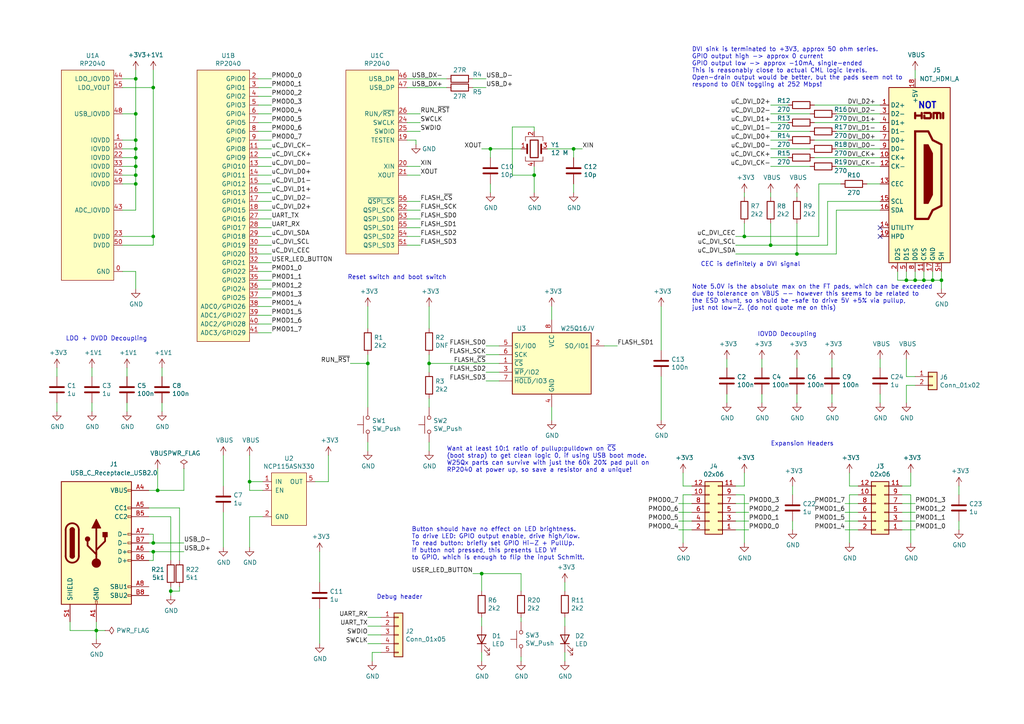
<source format=kicad_sch>
(kicad_sch (version 20230121) (generator eeschema)
  (paper "A4")
  (title_block (title "PicoDVI") (date "2021-01-22") (rev "D") (company "Greg Davill") (comment 1 "but it's worth a try") (comment 2 "This is utterly cursed and probably won't ever work") (comment 3 "Original design by: Luke Wren"))
  (junction (at 72.39 139.7) (diameter 0.9144))
  (junction (at 215.9 68.58) (diameter 0.9144))
  (junction (at 39.37 33.02) (diameter 0.9144))
  (junction (at 45.72 142.24) (diameter 0.9144))
  (junction (at 106.68 105.41) (diameter 0.9144))
  (junction (at 231.14 73.66) (diameter 0.9144))
  (junction (at 49.53 171.45) (diameter 0.9144))
  (junction (at 44.45 157.48) (diameter 0.9144))
  (junction (at 154.94 50.8) (diameter 0.9144))
  (junction (at 223.52 71.12) (diameter 0.9144))
  (junction (at 262.89 81.28) (diameter 0.9144))
  (junction (at 27.94 182.88) (diameter 0.9144))
  (junction (at 39.37 50.8) (diameter 0.9144))
  (junction (at 166.37 43.18) (diameter 0.9144))
  (junction (at 39.37 48.26) (diameter 0.9144))
  (junction (at 44.45 160.02) (diameter 0.9144))
  (junction (at 39.37 45.72) (diameter 0.9144))
  (junction (at 265.43 81.28) (diameter 0.9144))
  (junction (at 39.37 53.34) (diameter 0.9144))
  (junction (at 44.45 68.58) (diameter 0.9144))
  (junction (at 44.45 25.4) (diameter 0.9144))
  (junction (at 39.37 43.18) (diameter 0.9144))
  (junction (at 273.05 81.28) (diameter 0.9144))
  (junction (at 270.51 81.28) (diameter 0.9144))
  (junction (at 124.46 105.41) (diameter 0.9144))
  (junction (at 39.37 40.64) (diameter 0.9144))
  (junction (at 267.97 81.28) (diameter 0.9144))
  (junction (at 39.37 22.86) (diameter 0.9144))
  (junction (at 139.7 166.37) (diameter 0.9144))
  (junction (at 142.24 43.18) (diameter 0.9144))
  (no_connect (at 255.27 66.04))
  (no_connect (at 255.27 68.58))
  (wire (pts (xy 270.51 78.74) (xy 270.51 81.28)))
  (wire (pts (xy 36.83 109.22) (xy 36.83 106.68)))
  (wire (pts (xy 35.56 71.12) (xy 44.45 71.12)))
  (wire (pts (xy 158.75 43.18) (xy 166.37 43.18)))
  (wire (pts (xy 236.22 30.48) (xy 255.27 30.48)))
  (wire (pts (xy 39.37 53.34) (xy 39.37 60.96)))
  (wire (pts (xy 35.56 50.8) (xy 39.37 50.8)))
  (wire (pts (xy 44.45 71.12) (xy 44.45 68.58)))
  (wire (pts (xy 148.59 50.8) (xy 154.94 50.8)))
  (wire (pts (xy 144.78 110.49) (xy 140.97 110.49)))
  (wire (pts (xy 200.66 151.13) (xy 196.85 151.13)))
  (wire (pts (xy 74.93 50.8) (xy 78.74 50.8)))
  (wire (pts (xy 240.03 58.42) (xy 240.03 71.12)))
  (wire (pts (xy 163.83 189.23) (xy 163.83 191.77)))
  (wire (pts (xy 213.36 143.51) (xy 215.9 143.51)))
  (wire (pts (xy 261.62 148.59) (xy 265.43 148.59)))
  (wire (pts (xy 248.92 148.59) (xy 245.11 148.59)))
  (wire (pts (xy 44.45 25.4) (xy 35.56 25.4)))
  (wire (pts (xy 265.43 111.76) (xy 262.89 111.76)))
  (wire (pts (xy 16.51 109.22) (xy 16.51 106.68)))
  (wire (pts (xy 191.77 88.9) (xy 191.77 101.6)))
  (wire (pts (xy 163.83 171.45) (xy 163.83 168.91)))
  (wire (pts (xy 248.92 146.05) (xy 245.11 146.05)))
  (wire (pts (xy 262.89 104.14) (xy 262.89 109.22)))
  (wire (pts (xy 74.93 38.1) (xy 78.74 38.1)))
  (wire (pts (xy 74.93 53.34) (xy 78.74 53.34)))
  (wire (pts (xy 262.89 81.28) (xy 265.43 81.28)))
  (wire (pts (xy 154.94 38.1) (xy 154.94 36.83)))
  (wire (pts (xy 124.46 95.25) (xy 124.46 88.9)))
  (wire (pts (xy 228.6 35.56) (xy 223.52 35.56)))
  (wire (pts (xy 118.11 40.64) (xy 120.65 40.64)))
  (wire (pts (xy 35.56 22.86) (xy 39.37 22.86)))
  (wire (pts (xy 151.13 179.07) (xy 151.13 180.34)))
  (wire (pts (xy 118.11 38.1) (xy 121.92 38.1)))
  (wire (pts (xy 110.49 184.15) (xy 106.68 184.15)))
  (wire (pts (xy 27.94 180.34) (xy 27.94 182.88)))
  (wire (pts (xy 255.27 60.96) (xy 242.57 60.96)))
  (wire (pts (xy 39.37 60.96) (xy 35.56 60.96)))
  (wire (pts (xy 76.2 149.86) (xy 72.39 149.86)))
  (wire (pts (xy 261.62 151.13) (xy 265.43 151.13)))
  (wire (pts (xy 46.99 109.22) (xy 46.99 106.68)))
  (wire (pts (xy 45.72 142.24) (xy 45.72 135.89)))
  (wire (pts (xy 26.67 116.84) (xy 26.67 119.38)))
  (wire (pts (xy 231.14 73.66) (xy 213.36 73.66)))
  (wire (pts (xy 74.93 66.04) (xy 78.74 66.04)))
  (wire (pts (xy 255.27 43.18) (xy 242.57 43.18)))
  (wire (pts (xy 137.16 22.86) (xy 140.97 22.86)))
  (wire (pts (xy 237.49 68.58) (xy 215.9 68.58)))
  (wire (pts (xy 124.46 115.57) (xy 124.46 118.11)))
  (wire (pts (xy 236.22 35.56) (xy 255.27 35.56)))
  (wire (pts (xy 110.49 179.07) (xy 106.68 179.07)))
  (wire (pts (xy 242.57 73.66) (xy 231.14 73.66)))
  (wire (pts (xy 139.7 166.37) (xy 137.16 166.37)))
  (wire (pts (xy 215.9 143.51) (xy 215.9 157.48)))
  (wire (pts (xy 163.83 179.07) (xy 163.83 181.61)))
  (wire (pts (xy 124.46 128.27) (xy 124.46 130.81)))
  (wire (pts (xy 118.11 63.5) (xy 121.92 63.5)))
  (wire (pts (xy 236.22 40.64) (xy 255.27 40.64)))
  (wire (pts (xy 255.27 58.42) (xy 240.03 58.42)))
  (wire (pts (xy 74.93 81.28) (xy 78.74 81.28)))
  (wire (pts (xy 74.93 78.74) (xy 78.74 78.74)))
  (wire (pts (xy 223.52 55.88) (xy 223.52 57.15)))
  (wire (pts (xy 74.93 43.18) (xy 78.74 43.18)))
  (wire (pts (xy 110.49 189.23) (xy 107.95 189.23)))
  (wire (pts (xy 74.93 96.52) (xy 78.74 96.52)))
  (wire (pts (xy 91.44 139.7) (xy 95.25 139.7)))
  (wire (pts (xy 261.62 153.67) (xy 265.43 153.67)))
  (wire (pts (xy 44.45 157.48) (xy 53.34 157.48)))
  (wire (pts (xy 124.46 105.41) (xy 144.78 105.41)))
  (wire (pts (xy 39.37 78.74) (xy 39.37 83.82)))
  (wire (pts (xy 139.7 189.23) (xy 139.7 191.77)))
  (wire (pts (xy 35.56 78.74) (xy 39.37 78.74)))
  (wire (pts (xy 248.92 151.13) (xy 245.11 151.13)))
  (wire (pts (xy 16.51 116.84) (xy 16.51 119.38)))
  (wire (pts (xy 213.36 153.67) (xy 217.17 153.67)))
  (wire (pts (xy 74.93 91.44) (xy 78.74 91.44)))
  (wire (pts (xy 154.94 48.26) (xy 154.94 50.8)))
  (wire (pts (xy 64.77 132.08) (xy 64.77 140.97)))
  (wire (pts (xy 118.11 25.4) (xy 129.54 25.4)))
  (wire (pts (xy 267.97 78.74) (xy 267.97 81.28)))
  (wire (pts (xy 110.49 186.69) (xy 106.68 186.69)))
  (wire (pts (xy 44.45 25.4) (xy 44.45 68.58)))
  (wire (pts (xy 44.45 160.02) (xy 53.34 160.02)))
  (wire (pts (xy 74.93 76.2) (xy 78.74 76.2)))
  (wire (pts (xy 43.18 160.02) (xy 44.45 160.02)))
  (wire (pts (xy 118.11 22.86) (xy 129.54 22.86)))
  (wire (pts (xy 27.94 182.88) (xy 27.94 185.42)))
  (wire (pts (xy 74.93 71.12) (xy 78.74 71.12)))
  (wire (pts (xy 74.93 35.56) (xy 78.74 35.56)))
  (wire (pts (xy 260.35 81.28) (xy 262.89 81.28)))
  (wire (pts (xy 260.35 78.74) (xy 260.35 81.28)))
  (wire (pts (xy 35.56 33.02) (xy 39.37 33.02)))
  (wire (pts (xy 175.26 100.33) (xy 179.07 100.33)))
  (wire (pts (xy 46.99 116.84) (xy 46.99 119.38)))
  (wire (pts (xy 213.36 148.59) (xy 217.17 148.59)))
  (wire (pts (xy 255.27 114.3) (xy 255.27 116.84)))
  (wire (pts (xy 223.52 71.12) (xy 240.03 71.12)))
  (wire (pts (xy 267.97 81.28) (xy 270.51 81.28)))
  (wire (pts (xy 273.05 78.74) (xy 273.05 81.28)))
  (wire (pts (xy 74.93 33.02) (xy 78.74 33.02)))
  (wire (pts (xy 270.51 81.28) (xy 273.05 81.28)))
  (wire (pts (xy 74.93 73.66) (xy 78.74 73.66)))
  (wire (pts (xy 273.05 81.28) (xy 273.05 83.82)))
  (wire (pts (xy 229.87 143.51) (xy 229.87 140.97)))
  (wire (pts (xy 39.37 50.8) (xy 39.37 53.34)))
  (wire (pts (xy 261.62 146.05) (xy 265.43 146.05)))
  (wire (pts (xy 74.93 88.9) (xy 78.74 88.9)))
  (wire (pts (xy 246.38 143.51) (xy 246.38 157.48)))
  (wire (pts (xy 74.93 25.4) (xy 78.74 25.4)))
  (wire (pts (xy 215.9 64.77) (xy 215.9 68.58)))
  (wire (pts (xy 261.62 143.51) (xy 264.16 143.51)))
  (wire (pts (xy 53.34 135.89) (xy 53.34 142.24)))
  (wire (pts (xy 39.37 40.64) (xy 39.37 43.18)))
  (wire (pts (xy 200.66 143.51) (xy 198.12 143.51)))
  (wire (pts (xy 213.36 140.97) (xy 215.9 140.97)))
  (wire (pts (xy 76.2 139.7) (xy 72.39 139.7)))
  (wire (pts (xy 246.38 140.97) (xy 248.92 140.97)))
  (wire (pts (xy 220.98 106.68) (xy 220.98 104.14)))
  (wire (pts (xy 39.37 50.8) (xy 39.37 48.26)))
  (wire (pts (xy 166.37 53.34) (xy 166.37 55.88)))
  (wire (pts (xy 166.37 43.18) (xy 166.37 45.72)))
  (wire (pts (xy 210.82 106.68) (xy 210.82 104.14)))
  (wire (pts (xy 231.14 55.88) (xy 231.14 57.15)))
  (wire (pts (xy 255.27 106.68) (xy 255.27 104.14)))
  (wire (pts (xy 53.34 142.24) (xy 45.72 142.24)))
  (wire (pts (xy 213.36 71.12) (xy 223.52 71.12)))
  (wire (pts (xy 35.56 45.72) (xy 39.37 45.72)))
  (wire (pts (xy 215.9 55.88) (xy 215.9 57.15)))
  (wire (pts (xy 72.39 139.7) (xy 72.39 132.08)))
  (wire (pts (xy 52.07 170.18) (xy 52.07 171.45)))
  (wire (pts (xy 106.68 88.9) (xy 106.68 95.25)))
  (wire (pts (xy 144.78 100.33) (xy 140.97 100.33)))
  (wire (pts (xy 52.07 171.45) (xy 49.53 171.45)))
  (wire (pts (xy 265.43 81.28) (xy 267.97 81.28)))
  (wire (pts (xy 200.66 148.59) (xy 196.85 148.59)))
  (wire (pts (xy 151.13 190.5) (xy 151.13 191.77)))
  (wire (pts (xy 124.46 105.41) (xy 124.46 102.87)))
  (wire (pts (xy 191.77 109.22) (xy 191.77 121.92)))
  (wire (pts (xy 265.43 22.86) (xy 265.43 20.32)))
  (wire (pts (xy 35.56 48.26) (xy 39.37 48.26)))
  (wire (pts (xy 200.66 146.05) (xy 196.85 146.05)))
  (wire (pts (xy 255.27 38.1) (xy 242.57 38.1)))
  (wire (pts (xy 142.24 43.18) (xy 142.24 45.72)))
  (wire (pts (xy 160.02 118.11) (xy 160.02 121.92)))
  (wire (pts (xy 255.27 53.34) (xy 251.46 53.34)))
  (wire (pts (xy 241.3 106.68) (xy 241.3 104.14)))
  (wire (pts (xy 44.45 154.94) (xy 44.45 157.48)))
  (wire (pts (xy 74.93 40.64) (xy 78.74 40.64)))
  (wire (pts (xy 92.71 160.02) (xy 92.71 168.91)))
  (wire (pts (xy 264.16 140.97) (xy 264.16 137.16)))
  (wire (pts (xy 118.11 33.02) (xy 121.92 33.02)))
  (wire (pts (xy 118.11 48.26) (xy 121.92 48.26)))
  (wire (pts (xy 139.7 166.37) (xy 139.7 171.45)))
  (wire (pts (xy 74.93 45.72) (xy 78.74 45.72)))
  (wire (pts (xy 74.93 30.48) (xy 78.74 30.48)))
  (wire (pts (xy 95.25 139.7) (xy 95.25 132.08)))
  (wire (pts (xy 213.36 146.05) (xy 217.17 146.05)))
  (wire (pts (xy 229.87 151.13) (xy 229.87 153.67)))
  (wire (pts (xy 255.27 48.26) (xy 242.57 48.26)))
  (wire (pts (xy 39.37 43.18) (xy 35.56 43.18)))
  (wire (pts (xy 39.37 22.86) (xy 39.37 33.02)))
  (wire (pts (xy 223.52 64.77) (xy 223.52 71.12)))
  (wire (pts (xy 144.78 107.95) (xy 140.97 107.95)))
  (wire (pts (xy 106.68 105.41) (xy 101.6 105.41)))
  (wire (pts (xy 265.43 78.74) (xy 265.43 81.28)))
  (wire (pts (xy 64.77 148.59) (xy 64.77 158.75)))
  (wire (pts (xy 213.36 68.58) (xy 215.9 68.58)))
  (wire (pts (xy 118.11 35.56) (xy 121.92 35.56)))
  (wire (pts (xy 140.97 25.4) (xy 137.16 25.4)))
  (wire (pts (xy 228.6 45.72) (xy 223.52 45.72)))
  (wire (pts (xy 248.92 143.51) (xy 246.38 143.51)))
  (wire (pts (xy 243.84 53.34) (xy 237.49 53.34)))
  (wire (pts (xy 151.13 166.37) (xy 151.13 171.45)))
  (wire (pts (xy 110.49 181.61) (xy 106.68 181.61)))
  (wire (pts (xy 198.12 137.16) (xy 198.12 140.97)))
  (wire (pts (xy 43.18 154.94) (xy 44.45 154.94)))
  (wire (pts (xy 231.14 64.77) (xy 231.14 73.66)))
  (wire (pts (xy 261.62 140.97) (xy 264.16 140.97)))
  (wire (pts (xy 278.13 151.13) (xy 278.13 153.67)))
  (wire (pts (xy 20.32 180.34) (xy 20.32 182.88)))
  (wire (pts (xy 36.83 116.84) (xy 36.83 119.38)))
  (wire (pts (xy 120.65 40.64) (xy 120.65 41.91)))
  (wire (pts (xy 200.66 153.67) (xy 196.85 153.67)))
  (wire (pts (xy 139.7 179.07) (xy 139.7 181.61)))
  (wire (pts (xy 220.98 114.3) (xy 220.98 116.84)))
  (wire (pts (xy 49.53 170.18) (xy 49.53 171.45)))
  (wire (pts (xy 234.95 43.18) (xy 223.52 43.18)))
  (wire (pts (xy 74.93 22.86) (xy 78.74 22.86)))
  (wire (pts (xy 160.02 92.71) (xy 160.02 88.9)))
  (wire (pts (xy 43.18 149.86) (xy 49.53 149.86)))
  (wire (pts (xy 74.93 27.94) (xy 78.74 27.94)))
  (wire (pts (xy 242.57 60.96) (xy 242.57 73.66)))
  (wire (pts (xy 39.37 22.86) (xy 39.37 20.32)))
  (wire (pts (xy 74.93 55.88) (xy 78.74 55.88)))
  (wire (pts (xy 265.43 109.22) (xy 262.89 109.22)))
  (wire (pts (xy 74.93 93.98) (xy 78.74 93.98)))
  (wire (pts (xy 142.24 53.34) (xy 142.24 55.88)))
  (wire (pts (xy 52.07 162.56) (xy 52.07 147.32)))
  (wire (pts (xy 198.12 143.51) (xy 198.12 157.48)))
  (wire (pts (xy 74.93 86.36) (xy 78.74 86.36)))
  (wire (pts (xy 92.71 176.53) (xy 92.71 186.69)))
  (wire (pts (xy 234.95 33.02) (xy 223.52 33.02)))
  (wire (pts (xy 148.59 36.83) (xy 148.59 50.8)))
  (wire (pts (xy 234.95 48.26) (xy 223.52 48.26)))
  (wire (pts (xy 213.36 151.13) (xy 217.17 151.13)))
  (wire (pts (xy 106.68 102.87) (xy 106.68 105.41)))
  (wire (pts (xy 43.18 142.24) (xy 45.72 142.24)))
  (wire (pts (xy 144.78 102.87) (xy 140.97 102.87)))
  (wire (pts (xy 43.18 157.48) (xy 44.45 157.48)))
  (wire (pts (xy 39.37 33.02) (xy 39.37 40.64)))
  (wire (pts (xy 118.11 66.04) (xy 121.92 66.04)))
  (wire (pts (xy 74.93 83.82) (xy 78.74 83.82)))
  (wire (pts (xy 154.94 36.83) (xy 148.59 36.83)))
  (wire (pts (xy 151.13 43.18) (xy 142.24 43.18)))
  (wire (pts (xy 124.46 105.41) (xy 124.46 107.95)))
  (wire (pts (xy 106.68 105.41) (xy 106.68 118.11)))
  (wire (pts (xy 241.3 114.3) (xy 241.3 116.84)))
  (wire (pts (xy 72.39 142.24) (xy 76.2 142.24)))
  (wire (pts (xy 278.13 143.51) (xy 278.13 140.97)))
  (wire (pts (xy 39.37 45.72) (xy 39.37 43.18)))
  (wire (pts (xy 255.27 33.02) (xy 242.57 33.02)))
  (wire (pts (xy 228.6 30.48) (xy 223.52 30.48)))
  (wire (pts (xy 39.37 48.26) (xy 39.37 45.72)))
  (wire (pts (xy 139.7 166.37) (xy 151.13 166.37)))
  (wire (pts (xy 74.93 48.26) (xy 78.74 48.26)))
  (wire (pts (xy 236.22 45.72) (xy 255.27 45.72)))
  (wire (pts (xy 49.53 171.45) (xy 49.53 172.72)))
  (wire (pts (xy 248.92 153.67) (xy 245.11 153.67)))
  (wire (pts (xy 43.18 162.56) (xy 44.45 162.56)))
  (wire (pts (xy 72.39 149.86) (xy 72.39 158.75)))
  (wire (pts (xy 264.16 143.51) (xy 264.16 157.48)))
  (wire (pts (xy 106.68 128.27) (xy 106.68 130.81)))
  (wire (pts (xy 118.11 58.42) (xy 121.92 58.42)))
  (wire (pts (xy 118.11 50.8) (xy 121.92 50.8)))
  (wire (pts (xy 246.38 137.16) (xy 246.38 140.97)))
  (wire (pts (xy 26.67 109.22) (xy 26.67 106.68)))
  (wire (pts (xy 52.07 147.32) (xy 43.18 147.32)))
  (wire (pts (xy 154.94 50.8) (xy 154.94 55.88)))
  (wire (pts (xy 20.32 182.88) (xy 27.94 182.88)))
  (wire (pts (xy 74.93 63.5) (xy 78.74 63.5)))
  (wire (pts (xy 228.6 40.64) (xy 223.52 40.64)))
  (wire (pts (xy 72.39 139.7) (xy 72.39 142.24)))
  (wire (pts (xy 231.14 106.68) (xy 231.14 104.14)))
  (wire (pts (xy 215.9 140.97) (xy 215.9 137.16)))
  (wire (pts (xy 262.89 111.76) (xy 262.89 116.84)))
  (wire (pts (xy 44.45 162.56) (xy 44.45 160.02)))
  (wire (pts (xy 198.12 140.97) (xy 200.66 140.97)))
  (wire (pts (xy 118.11 60.96) (xy 121.92 60.96)))
  (wire (pts (xy 44.45 68.58) (xy 35.56 68.58)))
  (wire (pts (xy 74.93 68.58) (xy 78.74 68.58)))
  (wire (pts (xy 118.11 68.58) (xy 121.92 68.58)))
  (wire (pts (xy 166.37 43.18) (xy 168.91 43.18)))
  (wire (pts (xy 210.82 114.3) (xy 210.82 116.84)))
  (wire (pts (xy 231.14 114.3) (xy 231.14 116.84)))
  (wire (pts (xy 44.45 20.32) (xy 44.45 25.4)))
  (wire (pts (xy 234.95 38.1) (xy 223.52 38.1)))
  (wire (pts (xy 35.56 40.64) (xy 39.37 40.64)))
  (wire (pts (xy 49.53 149.86) (xy 49.53 162.56)))
  (wire (pts (xy 74.93 58.42) (xy 78.74 58.42)))
  (wire (pts (xy 142.24 43.18) (xy 139.7 43.18)))
  (wire (pts (xy 107.95 189.23) (xy 107.95 191.77)))
  (wire (pts (xy 27.94 182.88) (xy 30.48 182.88)))
  (wire (pts (xy 262.89 78.74) (xy 262.89 81.28)))
  (wire (pts (xy 74.93 60.96) (xy 78.74 60.96)))
  (wire (pts (xy 237.49 53.34) (xy 237.49 68.58)))
  (wire (pts (xy 118.11 71.12) (xy 121.92 71.12)))
  (wire (pts (xy 35.56 53.34) (xy 39.37 53.34)))
  (text "Note 5.0V is the absolute max on the FT pads, which can be exceeded\ndue to tolerance on VBUS -- however this seems to be related to\nthe ESD shunt, so should be ~safe to drive 5V +5% via pullup,\njust not low-Z. (do not quote me on this)" (at 200.66 90.17 0) (effects (font (size 1.27 1.27)) (justify left bottom)))
  (text "DVI sink is terminated to +3V3, approx 50 ohm series.\nGPIO output high -> approx 0 current\nGPIO output low -> approx -10mA, single-ended\nThis is reasonably close to actual CML logic levels.\nOpen-drain output would be better, but the pads seem not to\nrespond to OEN toggling at 252 Mbps!" (at 200.66 25.4 0) (effects (font (size 1.27 1.27)) (justify left bottom)))
  (text "IOVDD Decoupling" (at 219.71 97.79 0) (effects (font (size 1.27 1.27)) (justify left bottom)))
  (text "Reset switch and boot switch" (at 129.54 81.28 0) (effects (font (size 1.27 1.27)) (justify right bottom)))
  (text "Debug header" (at 109.22 173.99 0) (effects (font (size 1.27 1.27)) (justify left bottom)))
  (text "Expansion Headers\n" (at 223.52 129.54 0) (effects (font (size 1.27 1.27)) (justify left bottom)))
  (text "Want at least 10:1 ratio of pullup:pulldown on ~{CS}\n(boot strap) to get clean logic 0, if using USB boot mode.\nW25Qx parts can survive with just the 60k 20% pad pull on\nRP2040 at power up, so save a resistor and a unique!" (at 129.54 137.16 0) (effects (font (size 1.27 1.27)) (justify left bottom)))
  (text "Button should have no effect on LED brightness.\nTo drive LED: GPIO output enable, drive high/low.\nTo read button: briefly set GPIO Hi-Z + PullUp.\nIf button not pressed, this presents LED Vf\nto GPIO, which is enough to flip the input Schmitt." (at 119.38 162.56 0) (effects (font (size 1.27 1.27)) (justify left bottom)))
  (text "CEC is definitely a DVI signal" (at 203.2 77.47 0) (effects (font (size 1.27 1.27)) (justify left bottom)))
  (text "LDO + DVDD Decoupling" (at 19.05 99.06 0) (effects (font (size 1.27 1.27)) (justify left bottom)))
  (text "NOT" (at 271.78 31.75 0) (effects (font (size 1.8034 1.8034) (thickness 0.3607) bold) (justify right bottom)))
  (label "PMOD1_0" (at 78.74 78.74 0))
  (label "PMOD1_5" (at 78.74 91.44 0))
  (label "SWCLK" (at 121.92 35.56 0))
  (label "DVI_D1-" (at 254 38.1 180))
  (label "FLASH_SD3" (at 121.92 71.12 0))
  (label "FLASH_SD2" (at 121.92 68.58 0))
  (label "PMOD0_2" (at 78.74 27.94 0))
  (label "USER_LED_BUTTON" (at 137.16 166.37 180))
  (label "PMOD1_2" (at 265.43 148.59 0))
  (label "XOUT" (at 139.7 43.18 180))
  (label "FLASH_SD1" (at 121.92 66.04 0))
  (label "uC_DVI_D2+" (at 78.74 60.96 0))
  (label "PMOD1_5" (at 245.11 151.13 180))
  (label "XIN" (at 121.92 48.26 0))
  (label "PMOD1_2" (at 78.74 83.82 0))
  (label "uC_DVI_D1-" (at 78.74 53.34 0))
  (label "SWDIO" (at 106.68 184.15 180))
  (label "XOUT" (at 121.92 50.8 0))
  (label "DVI_D0-" (at 254 43.18 180))
  (label "DVI_CK-" (at 254 48.26 180))
  (label "uC_DVI_CK+" (at 223.52 45.72 180))
  (label "uC_DVI_SCL" (at 213.36 71.12 180))
  (label "PMOD0_1" (at 78.74 25.4 0))
  (label "uC_DVI_D0-" (at 78.74 48.26 0))
  (label "PMOD1_6" (at 245.11 148.59 180))
  (label "PMOD1_1" (at 265.43 151.13 0))
  (label "SWCLK" (at 106.68 186.69 180))
  (label "PMOD1_6" (at 78.74 93.98 0))
  (label "PMOD1_7" (at 245.11 146.05 180))
  (label "PMOD1_3" (at 265.43 146.05 0))
  (label "DVI_D2+" (at 254 30.48 180))
  (label "uC_DVI_CEC" (at 213.36 68.58 180))
  (label "PMOD0_3" (at 78.74 30.48 0))
  (label "PMOD1_7" (at 78.74 96.52 0))
  (label "uC_DVI_D0+" (at 78.74 50.8 0))
  (label "USB_D+" (at 53.34 160.02 0))
  (label "PMOD1_4" (at 78.74 88.9 0))
  (label "USB_DX-" (at 119.38 22.86 0))
  (label "USB_DX+" (at 119.38 25.4 0))
  (label "XIN" (at 168.91 43.18 0))
  (label "USB_D-" (at 140.97 22.86 0))
  (label "PMOD1_1" (at 78.74 81.28 0))
  (label "DVI_CK+" (at 254 45.72 180))
  (label "uC_DVI_SDA" (at 78.74 68.58 0))
  (label "PMOD0_4" (at 196.85 153.67 180))
  (label "PMOD0_1" (at 217.17 151.13 0))
  (label "FLASH_SD2" (at 140.97 107.95 180))
  (label "DVI_D2-" (at 254 33.02 180))
  (label "uC_DVI_CK-" (at 78.74 43.18 0))
  (label "uC_DVI_D2+" (at 223.52 30.48 180))
  (label "USB_D+" (at 140.97 25.4 0))
  (label "UART_TX" (at 78.74 63.5 0))
  (label "uC_DVI_CEC" (at 78.74 73.66 0))
  (label "uC_DVI_SDA" (at 213.36 73.66 180))
  (label "uC_DVI_D0+" (at 223.52 40.64 180))
  (label "UART_RX" (at 106.68 179.07 180))
  (label "PMOD0_5" (at 196.85 151.13 180))
  (label "DVI_D0+" (at 254 40.64 180))
  (label "uC_DVI_D1+" (at 223.52 35.56 180))
  (label "uC_DVI_D2-" (at 78.74 58.42 0))
  (label "FLASH_SCK" (at 140.97 102.87 180))
  (label "uC_DVI_CK+" (at 78.74 45.72 0))
  (label "PMOD1_3" (at 78.74 86.36 0))
  (label "FLASH_~{CS}" (at 121.92 58.42 0))
  (label "FLASH_SD0" (at 121.92 63.5 0))
  (label "PMOD0_6" (at 78.74 38.1 0))
  (label "PMOD0_4" (at 78.74 33.02 0))
  (label "uC_DVI_SCL" (at 78.74 71.12 0))
  (label "SWDIO" (at 121.92 38.1 0))
  (label "UART_TX" (at 106.68 181.61 180))
  (label "PMOD0_3" (at 217.17 146.05 0))
  (label "FLASH_SD3" (at 140.97 110.49 180))
  (label "FLASH_~{CS}" (at 140.97 105.41 180))
  (label "FLASH_SD0" (at 140.97 100.33 180))
  (label "RUN_~{RST}" (at 101.6 105.41 180))
  (label "PMOD0_0" (at 78.74 22.86 0))
  (label "PMOD0_0" (at 217.17 153.67 0))
  (label "PMOD0_7" (at 196.85 146.05 180))
  (label "uC_DVI_D1-" (at 223.52 38.1 180))
  (label "PMOD0_2" (at 217.17 148.59 0))
  (label "PMOD1_0" (at 265.43 153.67 0))
  (label "USER_LED_BUTTON" (at 78.74 76.2 0))
  (label "USB_D-" (at 53.34 157.48 0))
  (label "DVI_D1+" (at 254 35.56 180))
  (label "uC_DVI_D2-" (at 223.52 33.02 180))
  (label "PMOD1_4" (at 245.11 153.67 180))
  (label "RUN_~{RST}" (at 121.92 33.02 0))
  (label "uC_DVI_CK-" (at 223.52 48.26 180))
  (label "uC_DVI_D1+" (at 78.74 55.88 0))
  (label "PMOD0_5" (at 78.74 35.56 0))
  (label "PMOD0_6" (at 196.85 148.59 180))
  (label "FLASH_SCK" (at 121.92 60.96 0))
  (label "UART_RX" (at 78.74 66.04 0))
  (label "uC_DVI_D0-" (at 223.52 43.18 180))
  (label "PMOD0_7" (at 78.74 40.64 0))
  (label "FLASH_SD1" (at 179.07 100.33 0))
  (symbol (lib_id "picodvi:Pico2040") (at 25.4 20.32 0) (unit 1)
    (property "Reference" "U1" (at 26.8224 16.129 0))
    (property "Value" "RP2040" (at 26.8224 18.4404 0))
    (property "Footprint" "picodvi:QFN-56_EP_7x7_Pitch0.4mm" (effects hide))
  )
  (symbol (lib_id "picodvi:Pico2040") (at 64.77 20.32 0) (unit 2)
    (property "Reference" "U1" (at 66.1924 16.129 0))
    (property "Value" "RP2040" (at 66.1924 18.4404 0))
    (property "Footprint" "picodvi:QFN-56_EP_7x7_Pitch0.4mm" (effects hide))
  )
  (symbol (lib_id "picodvi:Pico2040") (at 107.95 20.32 0) (unit 3)
    (property "Reference" "U1" (at 109.3724 16.129 0))
    (property "Value" "RP2040" (at 109.3724 18.4404 0))
    (property "Footprint" "picodvi:QFN-56_EP_7x7_Pitch0.4mm" (effects hide))
  )
  (symbol (lib_id "Connector:HDMI_A") (at 265.43 50.8 0) (unit 1)
    (property "Reference" "J5" (at 270.51 20.32 0) (effects (justify left)))
    (property "Value" "NOT_HDMI_A" (at 266.7 22.86 0) (effects (justify left)))
    (property "Footprint" "picodvi:HDMI-SS-53000" (effects hide))
    (property "Datasheet" "https://en.wikipedia.org/wiki/HDMI" (effects hide))
  )
  (symbol (lib_id "power:VBUS") (at 265.43 20.32 0) (unit 1)
    (property "Reference" "#PWR0101" (effects hide))
    (property "Value" "VBUS" (at 265.811 15.9258 0))
  )
  (symbol (lib_id "power:GND") (at 273.05 83.82 0) (unit 1)
    (property "Reference" "#PWR0102" (effects hide))
    (property "Value" "GND" (at 273.177 88.2142 0))
  )
  (symbol (lib_id "Device:R") (at 247.65 53.34 270) (unit 1)
    (property "Reference" "R10" (at 247.65 50.8 90))
    (property "Value" "270" (at 247.65 55.88 90))
    (property "Footprint" "Resistor_SMD:R_0201_0603Metric" (effects hide))
  )
  (symbol (lib_id "Device:R") (at 231.14 60.96 0) (unit 1)
    (property "Reference" "R9" (at 232.918 59.7916 0) (effects (justify left)))
    (property "Value" "2k2" (at 232.918 62.103 0) (effects (justify left)))
    (property "Footprint" "Resistor_SMD:R_0402_1005Metric" (effects hide))
  )
  (symbol (lib_id "Device:R") (at 223.52 60.96 0) (unit 1)
    (property "Reference" "R8" (at 225.298 59.7916 0) (effects (justify left)))
    (property "Value" "2k2" (at 225.298 62.103 0) (effects (justify left)))
    (property "Footprint" "Resistor_SMD:R_0402_1005Metric" (effects hide))
  )
  (symbol (lib_id "Device:R") (at 215.9 60.96 0) (unit 1)
    (property "Reference" "R7" (at 217.678 59.7916 0) (effects (justify left)))
    (property "Value" "2k2" (at 217.678 62.103 0) (effects (justify left)))
    (property "Footprint" "Resistor_SMD:R_0402_1005Metric" (effects hide))
  )
  (symbol (lib_id "power:+3V3") (at 215.9 55.88 0) (unit 1)
    (property "Reference" "#PWR0103" (effects hide))
    (property "Value" "+3V3" (at 216.281 51.4858 0))
  )
  (symbol (lib_id "power:+3V3") (at 39.37 20.32 0) (unit 1)
    (property "Reference" "#PWR0104" (effects hide))
    (property "Value" "+3V3" (at 39.751 15.9258 0))
  )
  (symbol (lib_id "power:+1V1") (at 44.45 20.32 0) (unit 1)
    (property "Reference" "#PWR0105" (effects hide))
    (property "Value" "+1V1" (at 44.831 15.9258 0))
  )
  (symbol (lib_id "power:GND") (at 39.37 83.82 0) (unit 1)
    (property "Reference" "#PWR0106" (effects hide))
    (property "Value" "GND" (at 39.497 88.2142 0))
  )
  (symbol (lib_id "power:GND") (at 120.65 41.91 0) (unit 1)
    (property "Reference" "#PWR0107" (effects hide))
    (property "Value" "GND" (at 124.46 43.18 0))
  )
  (symbol (lib_id "Device:C") (at 16.51 113.03 0) (unit 1)
    (property "Reference" "C1" (at 19.431 111.8616 0) (effects (justify left)))
    (property "Value" "1u" (at 19.431 114.173 0) (effects (justify left)))
    (property "Footprint" "Capacitor_SMD:C_0402_1005Metric" (effects hide))
  )
  (symbol (lib_id "power:+3V3") (at 16.51 106.68 0) (unit 1)
    (property "Reference" "#PWR0108" (effects hide))
    (property "Value" "+3V3" (at 16.891 102.2858 0))
  )
  (symbol (lib_id "power:GND") (at 16.51 119.38 0) (unit 1)
    (property "Reference" "#PWR0109" (effects hide))
    (property "Value" "GND" (at 16.637 123.7742 0))
  )
  (symbol (lib_id "Device:C") (at 26.67 113.03 0) (unit 1)
    (property "Reference" "C3" (at 29.591 111.8616 0) (effects (justify left)))
    (property "Value" "1u" (at 29.591 114.173 0) (effects (justify left)))
    (property "Footprint" "Capacitor_SMD:C_0402_1005Metric" (effects hide))
  )
  (symbol (lib_id "power:GND") (at 26.67 119.38 0) (unit 1)
    (property "Reference" "#PWR0110" (effects hide))
    (property "Value" "GND" (at 26.797 123.7742 0))
  )
  (symbol (lib_id "power:+1V1") (at 26.67 106.68 0) (unit 1)
    (property "Reference" "#PWR0111" (effects hide))
    (property "Value" "+1V1" (at 27.051 102.2858 0))
  )
  (symbol (lib_id "Device:C") (at 36.83 113.03 0) (unit 1)
    (property "Reference" "C5" (at 39.751 111.8616 0) (effects (justify left)))
    (property "Value" "100n" (at 39.751 114.173 0) (effects (justify left)))
    (property "Footprint" "Capacitor_SMD:C_0402_1005Metric" (effects hide))
  )
  (symbol (lib_id "power:GND") (at 36.83 119.38 0) (unit 1)
    (property "Reference" "#PWR0112" (effects hide))
    (property "Value" "GND" (at 36.957 123.7742 0))
  )
  (symbol (lib_id "power:+1V1") (at 36.83 106.68 0) (unit 1)
    (property "Reference" "#PWR0113" (effects hide))
    (property "Value" "+1V1" (at 37.211 102.2858 0))
  )
  (symbol (lib_id "Device:C") (at 46.99 113.03 0) (unit 1)
    (property "Reference" "C8" (at 49.911 111.8616 0) (effects (justify left)))
    (property "Value" "100n" (at 49.911 114.173 0) (effects (justify left)))
    (property "Footprint" "Capacitor_SMD:C_0402_1005Metric" (effects hide))
  )
  (symbol (lib_id "power:GND") (at 46.99 119.38 0) (unit 1)
    (property "Reference" "#PWR0114" (effects hide))
    (property "Value" "GND" (at 47.117 123.7742 0))
  )
  (symbol (lib_id "power:+1V1") (at 46.99 106.68 0) (unit 1)
    (property "Reference" "#PWR0115" (effects hide))
    (property "Value" "+1V1" (at 47.371 102.2858 0))
  )
  (symbol (lib_id "Device:C") (at 210.82 110.49 0) (unit 1)
    (property "Reference" "C2" (at 213.741 109.3216 0) (effects (justify left)))
    (property "Value" "100n" (at 213.741 111.633 0) (effects (justify left)))
    (property "Footprint" "Capacitor_SMD:C_0402_1005Metric" (effects hide))
  )
  (symbol (lib_id "power:GND") (at 210.82 116.84 0) (unit 1)
    (property "Reference" "#PWR0116" (effects hide))
    (property "Value" "GND" (at 210.947 121.2342 0))
  )
  (symbol (lib_id "power:+3V3") (at 210.82 104.14 0) (unit 1)
    (property "Reference" "#PWR0117" (effects hide))
    (property "Value" "+3V3" (at 211.201 99.7458 0))
  )
  (symbol (lib_id "Device:C") (at 220.98 110.49 0) (unit 1)
    (property "Reference" "C4" (at 223.901 109.3216 0) (effects (justify left)))
    (property "Value" "100n" (at 223.901 111.633 0) (effects (justify left)))
    (property "Footprint" "Capacitor_SMD:C_0402_1005Metric" (effects hide))
  )
  (symbol (lib_id "power:GND") (at 220.98 116.84 0) (unit 1)
    (property "Reference" "#PWR0118" (effects hide))
    (property "Value" "GND" (at 221.107 121.2342 0))
  )
  (symbol (lib_id "power:+3V3") (at 220.98 104.14 0) (unit 1)
    (property "Reference" "#PWR0119" (effects hide))
    (property "Value" "+3V3" (at 221.361 99.7458 0))
  )
  (symbol (lib_id "Device:C") (at 231.14 110.49 0) (unit 1)
    (property "Reference" "C6" (at 234.061 109.3216 0) (effects (justify left)))
    (property "Value" "100n" (at 234.061 111.633 0) (effects (justify left)))
    (property "Footprint" "Capacitor_SMD:C_0402_1005Metric" (effects hide))
  )
  (symbol (lib_id "power:GND") (at 231.14 116.84 0) (unit 1)
    (property "Reference" "#PWR0120" (effects hide))
    (property "Value" "GND" (at 231.267 121.2342 0))
  )
  (symbol (lib_id "power:+3V3") (at 231.14 104.14 0) (unit 1)
    (property "Reference" "#PWR0121" (effects hide))
    (property "Value" "+3V3" (at 231.521 99.7458 0))
  )
  (symbol (lib_id "Device:C") (at 241.3 110.49 0) (unit 1)
    (property "Reference" "C9" (at 244.221 109.3216 0) (effects (justify left)))
    (property "Value" "100n" (at 244.221 111.633 0) (effects (justify left)))
    (property "Footprint" "Capacitor_SMD:C_0402_1005Metric" (effects hide))
  )
  (symbol (lib_id "power:GND") (at 241.3 116.84 0) (unit 1)
    (property "Reference" "#PWR0122" (effects hide))
    (property "Value" "GND" (at 241.427 121.2342 0))
  )
  (symbol (lib_id "power:+3V3") (at 241.3 104.14 0) (unit 1)
    (property "Reference" "#PWR0123" (effects hide))
    (property "Value" "+3V3" (at 241.681 99.7458 0))
  )
  (symbol (lib_id "Connector_Generic:Conn_02x06_Odd_Even") (at 256.54 148.59 180) (unit 1)
    (property "Reference" "J3" (at 255.27 135.255 0))
    (property "Value" "02x06" (at 255.27 137.5664 0))
    (property "Footprint" "picodvi:PinHeader_2x06_P2.54mm_Horizontal" (effects hide))
  )
  (symbol (lib_id "power:+3V3") (at 215.9 137.16 0) (unit 1)
    (property "Reference" "#PWR0124" (effects hide))
    (property "Value" "+3V3" (at 216.281 132.7658 0))
  )
  (symbol (lib_id "power:+3V3") (at 198.12 137.16 0) (unit 1)
    (property "Reference" "#PWR0125" (effects hide))
    (property "Value" "+3V3" (at 198.501 132.7658 0))
  )
  (symbol (lib_id "power:GND") (at 198.12 157.48 0) (unit 1)
    (property "Reference" "#PWR0126" (effects hide))
    (property "Value" "GND" (at 198.247 161.8742 0))
  )
  (symbol (lib_id "power:GND") (at 215.9 157.48 0) (unit 1)
    (property "Reference" "#PWR0127" (effects hide))
    (property "Value" "GND" (at 216.027 161.8742 0))
  )
  (symbol (lib_id "Connector_Generic:Conn_02x06_Odd_Even") (at 208.28 148.59 180) (unit 1)
    (property "Reference" "J4" (at 207.01 135.255 0))
    (property "Value" "02x06" (at 207.01 137.5664 0))
    (property "Footprint" "picodvi:PinHeader_2x06_P2.54mm_Horizontal" (effects hide))
  )
  (symbol (lib_id "power:+3V3") (at 264.16 137.16 0) (unit 1)
    (property "Reference" "#PWR0128" (effects hide))
    (property "Value" "+3V3" (at 264.541 132.7658 0))
  )
  (symbol (lib_id "power:+3V3") (at 246.38 137.16 0) (unit 1)
    (property "Reference" "#PWR0129" (effects hide))
    (property "Value" "+3V3" (at 246.761 132.7658 0))
  )
  (symbol (lib_id "power:GND") (at 246.38 157.48 0) (unit 1)
    (property "Reference" "#PWR0130" (effects hide))
    (property "Value" "GND" (at 246.507 161.8742 0))
  )
  (symbol (lib_id "power:GND") (at 264.16 157.48 0) (unit 1)
    (property "Reference" "#PWR0131" (effects hide))
    (property "Value" "GND" (at 264.287 161.8742 0))
  )
  (symbol (lib_id "Device:LED") (at 139.7 185.42 90) (unit 1)
    (property "Reference" "D1" (at 142.6718 184.4548 90) (effects (justify right)))
    (property "Value" "LED" (at 142.6718 186.7662 90) (effects (justify right)))
    (property "Footprint" "LED_SMD:LED_0805_2012Metric" (effects hide))
  )
  (symbol (lib_id "Device:R") (at 139.7 175.26 0) (unit 1)
    (property "Reference" "R6" (at 141.478 174.0916 0) (effects (justify left)))
    (property "Value" "2k2" (at 141.478 176.403 0) (effects (justify left)))
    (property "Footprint" "Resistor_SMD:R_0402_1005Metric" (effects hide))
  )
  (symbol (lib_id "power:GND") (at 139.7 191.77 0) (unit 1)
    (property "Reference" "#PWR0132" (effects hide))
    (property "Value" "GND" (at 139.827 196.1642 0))
  )
  (symbol (lib_id "Memory_Flash:AT25SF081-XMHD-X") (at 160.02 105.41 0) (unit 1)
    (property "Reference" "U3" (at 149.86 95.25 0) (effects (justify left)))
    (property "Value" "W25Q16JV" (at 162.56 95.25 0) (effects (justify left)))
    (property "Footprint" "Package_SON:WSON-8-1EP_6x5mm_P1.27mm_EP3.4x4mm" (effects hide))
    (property "Datasheet" "https://www.adestotech.com/wp-content/uploads/DS-AT25SF081_045.pdf" (effects hide))
  )
  (symbol (lib_id "power:GND") (at 160.02 121.92 0) (unit 1)
    (property "Reference" "#PWR0133" (effects hide))
    (property "Value" "GND" (at 160.147 126.3142 0))
  )
  (symbol (lib_id "power:+3V3") (at 160.02 88.9 0) (unit 1)
    (property "Reference" "#PWR0134" (effects hide))
    (property "Value" "+3V3" (at 160.401 84.5058 0))
  )
  (symbol (lib_id "Device:C") (at 278.13 147.32 0) (unit 1)
    (property "Reference" "C23" (at 281.051 146.1516 0) (effects (justify left)))
    (property "Value" "1u" (at 281.051 148.463 0) (effects (justify left)))
    (property "Footprint" "Capacitor_SMD:C_0402_1005Metric" (effects hide))
  )
  (symbol (lib_id "power:+3V3") (at 278.13 140.97 0) (unit 1)
    (property "Reference" "#PWR0135" (effects hide))
    (property "Value" "+3V3" (at 278.511 136.5758 0))
  )
  (symbol (lib_id "power:GND") (at 278.13 153.67 0) (unit 1)
    (property "Reference" "#PWR0136" (effects hide))
    (property "Value" "GND" (at 278.257 158.0642 0))
  )
  (symbol (lib_id "Device:C") (at 229.87 147.32 0) (unit 1)
    (property "Reference" "C22" (at 232.791 146.1516 0) (effects (justify left)))
    (property "Value" "1u" (at 232.791 148.463 0) (effects (justify left)))
    (property "Footprint" "Capacitor_SMD:C_0402_1005Metric" (effects hide))
  )
  (symbol (lib_id "power:+3V3") (at 229.87 140.97 0) (unit 1)
    (property "Reference" "#PWR0137" (effects hide))
    (property "Value" "+3V3" (at 230.251 136.5758 0))
  )
  (symbol (lib_id "power:GND") (at 229.87 153.67 0) (unit 1)
    (property "Reference" "#PWR0138" (effects hide))
    (property "Value" "GND" (at 229.997 158.0642 0))
  )
  (symbol (lib_id "Device:R") (at 124.46 99.06 0) (unit 1)
    (property "Reference" "R2" (at 126.238 97.8916 0) (effects (justify left)))
    (property "Value" "DNF" (at 126.238 100.203 0) (effects (justify left)))
    (property "Footprint" "Resistor_SMD:R_0402_1005Metric" (effects hide))
  )
  (symbol (lib_id "Device:R") (at 124.46 111.76 0) (unit 1)
    (property "Reference" "R3" (at 126.238 110.5916 0) (effects (justify left)))
    (property "Value" "2k2" (at 126.238 112.903 0) (effects (justify left)))
    (property "Footprint" "Resistor_SMD:R_0402_1005Metric" (effects hide))
  )
  (symbol (lib_id "power:GND") (at 124.46 130.81 0) (unit 1)
    (property "Reference" "#PWR0139" (effects hide))
    (property "Value" "GND" (at 124.587 135.2042 0))
  )
  (symbol (lib_id "power:+3V3") (at 124.46 88.9 0) (unit 1)
    (property "Reference" "#PWR0140" (effects hide))
    (property "Value" "+3V3" (at 124.841 84.5058 0))
  )
  (symbol (lib_id "Switch:SW_Push") (at 124.46 123.19 90) (unit 1)
    (property "Reference" "SW2" (at 125.6792 122.0216 90) (effects (justify right)))
    (property "Value" "SW_Push" (at 125.6792 124.333 90) (effects (justify right)))
    (property "Footprint" "picodvi:SW_SPST_PTS815" (effects hide))
  )
  (symbol (lib_id "power:GND") (at 106.68 130.81 0) (unit 1)
    (property "Reference" "#PWR0141" (effects hide))
    (property "Value" "GND" (at 106.807 135.2042 0))
  )
  (symbol (lib_id "Switch:SW_Push") (at 106.68 123.19 90) (unit 1)
    (property "Reference" "SW1" (at 107.8992 122.0216 90) (effects (justify right)))
    (property "Value" "SW_Push" (at 107.8992 124.333 90) (effects (justify right)))
    (property "Footprint" "picodvi:SW_SPST_PTS815" (effects hide))
  )
  (symbol (lib_id "power:+3V3") (at 106.68 88.9 0) (unit 1)
    (property "Reference" "#PWR0142" (effects hide))
    (property "Value" "+3V3" (at 107.061 84.5058 0))
  )
  (symbol (lib_id "Device:R") (at 106.68 99.06 0) (unit 1)
    (property "Reference" "R1" (at 108.458 97.8916 0) (effects (justify left)))
    (property "Value" "2k2" (at 108.458 100.203 0) (effects (justify left)))
    (property "Footprint" "Resistor_SMD:R_0402_1005Metric" (effects hide))
  )
  (symbol (lib_id "Device:R") (at 232.41 30.48 270) (unit 1)
    (property "Reference" "R12" (at 227.33 29.21 90))
    (property "Value" "270" (at 227.33 31.75 90))
    (property "Footprint" "Resistor_SMD:R_0201_0603Metric" (effects hide))
  )
  (symbol (lib_id "Device:R") (at 238.76 33.02 270) (unit 1)
    (property "Reference" "R16" (at 243.84 31.75 90))
    (property "Value" "270" (at 243.84 34.29 90))
    (property "Footprint" "Resistor_SMD:R_0201_0603Metric" (effects hide))
  )
  (symbol (lib_id "power:GND") (at 27.94 185.42 0) (unit 1)
    (property "Reference" "#PWR0143" (effects hide))
    (property "Value" "GND" (at 28.067 189.8142 0))
  )
  (symbol (lib_id "Connector_Generic:Conn_01x05") (at 115.57 184.15 0) (unit 1)
    (property "Reference" "J2" (at 117.602 183.0832 0) (effects (justify left)))
    (property "Value" "Conn_01x05" (at 117.602 185.3946 0) (effects (justify left)))
    (property "Footprint" "picodvi:PinHeader_1x05_P2.54mm_Vertical" (effects hide))
  )
  (symbol (lib_id "Device:R") (at 232.41 35.56 270) (unit 1)
    (property "Reference" "R13" (at 227.33 34.29 90))
    (property "Value" "270" (at 227.33 36.83 90))
    (property "Footprint" "Resistor_SMD:R_0201_0603Metric" (effects hide))
  )
  (symbol (lib_id "Device:R") (at 238.76 38.1 270) (unit 1)
    (property "Reference" "R17" (at 243.84 36.83 90))
    (property "Value" "270" (at 243.84 39.37 90))
    (property "Footprint" "Resistor_SMD:R_0201_0603Metric" (effects hide))
  )
  (symbol (lib_id "power:VBUS") (at 45.72 135.89 0) (unit 1)
    (property "Reference" "#PWR0144" (effects hide))
    (property "Value" "VBUS" (at 46.101 131.4958 0))
  )
  (symbol (lib_id "power:PWR_FLAG") (at 53.34 135.89 0) (unit 1)
    (property "Reference" "#FLG0102" (effects hide))
    (property "Value" "PWR_FLAG" (at 53.34 131.4704 0))
  )
  (symbol (lib_id "Device:R") (at 232.41 40.64 270) (unit 1)
    (property "Reference" "R14" (at 227.33 39.37 90))
    (property "Value" "270" (at 227.33 41.91 90))
    (property "Footprint" "Resistor_SMD:R_0201_0603Metric" (effects hide))
  )
  (symbol (lib_id "Device:R") (at 238.76 43.18 270) (unit 1)
    (property "Reference" "R18" (at 243.84 41.91 90))
    (property "Value" "270" (at 243.84 44.45 90))
    (property "Footprint" "Resistor_SMD:R_0201_0603Metric" (effects hide))
  )
  (symbol (lib_id "Device:R") (at 232.41 45.72 270) (unit 1)
    (property "Reference" "R15" (at 227.33 44.45 90))
    (property "Value" "270" (at 227.33 46.99 90))
    (property "Footprint" "Resistor_SMD:R_0201_0603Metric" (effects hide))
  )
  (symbol (lib_id "Device:R") (at 238.76 48.26 270) (unit 1)
    (property "Reference" "R19" (at 243.84 46.99 90))
    (property "Value" "270" (at 243.84 49.53 90))
    (property "Footprint" "Resistor_SMD:R_0201_0603Metric" (effects hide))
  )
  (symbol (lib_id "power:GND") (at 107.95 191.77 0) (unit 1)
    (property "Reference" "#PWR0145" (effects hide))
    (property "Value" "GND" (at 108.077 196.1642 0))
  )
  (symbol (lib_id "picodvi:NCP115ASN330") (at 83.82 143.51 0) (unit 1)
    (property "Reference" "U2" (at 83.82 132.969 0))
    (property "Value" "NCP115ASN330" (at 83.82 135.2804 0))
    (property "Footprint" "Package_TO_SOT_SMD:SOT-23-5" (effects hide))
  )
  (symbol (lib_id "power:VBUS") (at 72.39 132.08 0) (unit 1)
    (property "Reference" "#PWR0146" (effects hide))
    (property "Value" "VBUS" (at 72.771 127.6858 0))
  )
  (symbol (lib_id "power:GND") (at 72.39 158.75 0) (unit 1)
    (property "Reference" "#PWR0147" (effects hide))
    (property "Value" "GND" (at 72.517 163.1442 0))
  )
  (symbol (lib_id "Device:C") (at 64.77 144.78 0) (unit 1)
    (property "Reference" "C7" (at 67.691 143.6116 0) (effects (justify left)))
    (property "Value" "1u" (at 67.691 145.923 0) (effects (justify left)))
    (property "Footprint" "Capacitor_SMD:C_0402_1005Metric" (effects hide))
  )
  (symbol (lib_id "power:VBUS") (at 64.77 132.08 0) (unit 1)
    (property "Reference" "#PWR0148" (effects hide))
    (property "Value" "VBUS" (at 65.151 127.6858 0))
  )
  (symbol (lib_id "power:GND") (at 64.77 158.75 0) (unit 1)
    (property "Reference" "#PWR0149" (effects hide))
    (property "Value" "GND" (at 64.897 163.1442 0))
  )
  (symbol (lib_id "Device:C") (at 92.71 172.72 0) (unit 1)
    (property "Reference" "C11" (at 95.631 171.5516 0) (effects (justify left)))
    (property "Value" "1u" (at 95.631 173.863 0) (effects (justify left)))
    (property "Footprint" "Capacitor_SMD:C_0402_1005Metric" (effects hide))
  )
  (symbol (lib_id "power:GND") (at 92.71 186.69 0) (unit 1)
    (property "Reference" "#PWR0150" (effects hide))
    (property "Value" "GND" (at 92.837 191.0842 0))
  )
  (symbol (lib_id "power:+3V3") (at 92.71 160.02 0) (unit 1)
    (property "Reference" "#PWR0151" (effects hide))
    (property "Value" "+3V3" (at 93.091 155.6258 0))
  )
  (symbol (lib_id "power:+3V3") (at 95.25 132.08 0) (unit 1)
    (property "Reference" "#PWR0152" (effects hide))
    (property "Value" "+3V3" (at 95.631 127.6858 0))
  )
  (symbol (lib_id "Device:R") (at 133.35 22.86 270) (unit 1)
    (property "Reference" "R4" (at 138.43 21.59 90))
    (property "Value" "27R" (at 133.35 20.32 90))
    (property "Footprint" "Resistor_SMD:R_0402_1005Metric" (effects hide))
  )
  (symbol (lib_id "Device:R") (at 133.35 25.4 270) (unit 1)
    (property "Reference" "R5" (at 138.43 26.67 90))
    (property "Value" "27R" (at 133.35 27.94 90))
    (property "Footprint" "Resistor_SMD:R_0402_1005Metric" (effects hide))
  )
  (symbol (lib_id "Switch:SW_Push") (at 151.13 185.42 90) (unit 1)
    (property "Reference" "SW3" (at 152.3492 184.2516 90) (effects (justify right)))
    (property "Value" "SW_Push" (at 152.3492 186.563 90) (effects (justify right)))
    (property "Footprint" "picodvi:SW_SPST_PTS815" (effects hide))
  )
  (symbol (lib_id "Device:R") (at 151.13 175.26 0) (unit 1)
    (property "Reference" "R20" (at 152.908 174.0916 0) (effects (justify left)))
    (property "Value" "2k2" (at 152.908 176.403 0) (effects (justify left)))
    (property "Footprint" "Resistor_SMD:R_0402_1005Metric" (effects hide))
  )
  (symbol (lib_id "power:GND") (at 154.94 55.88 0) (unit 1)
    (property "Reference" "#PWR0153" (effects hide))
    (property "Value" "GND" (at 155.067 60.2742 0))
  )
  (symbol (lib_id "Device:C") (at 142.24 49.53 0) (unit 1)
    (property "Reference" "C10" (at 145.161 48.3616 0) (effects (justify left)))
    (property "Value" "10p" (at 145.161 50.673 0) (effects (justify left)))
    (property "Footprint" "Capacitor_SMD:C_0402_1005Metric" (effects hide))
  )
  (symbol (lib_id "Device:C") (at 166.37 49.53 0) (unit 1)
    (property "Reference" "C12" (at 169.291 48.3616 0) (effects (justify left)))
    (property "Value" "10p" (at 169.291 50.673 0) (effects (justify left)))
    (property "Footprint" "Capacitor_SMD:C_0402_1005Metric" (effects hide))
  )
  (symbol (lib_id "power:GND") (at 151.13 191.77 0) (unit 1)
    (property "Reference" "#PWR0162" (effects hide))
    (property "Value" "GND" (at 151.257 196.1642 0))
  )
  (symbol (lib_id "power:GND") (at 142.24 55.88 0) (unit 1)
    (property "Reference" "#PWR0154" (effects hide))
    (property "Value" "GND" (at 142.367 60.2742 0))
  )
  (symbol (lib_id "power:GND") (at 166.37 55.88 0) (unit 1)
    (property "Reference" "#PWR0155" (effects hide))
    (property "Value" "GND" (at 166.497 60.2742 0))
  )
  (symbol (lib_id "power:+3V3") (at 191.77 88.9 0) (unit 1)
    (property "Reference" "#PWR0156" (effects hide))
    (property "Value" "+3V3" (at 192.151 84.5058 0))
  )
  (symbol (lib_id "power:GND") (at 191.77 121.92 0) (unit 1)
    (property "Reference" "#PWR0157" (effects hide))
    (property "Value" "GND" (at 191.897 126.3142 0))
  )
  (symbol (lib_id "Device:C") (at 191.77 105.41 0) (unit 1)
    (property "Reference" "C13" (at 194.691 104.2416 0) (effects (justify left)))
    (property "Value" "100n" (at 194.691 106.553 0) (effects (justify left)))
    (property "Footprint" "Capacitor_SMD:C_0402_1005Metric" (effects hide))
  )
  (symbol (lib_id "power:PWR_FLAG") (at 30.48 182.88 270) (unit 1)
    (property "Reference" "#FLG0103" (effects hide))
    (property "Value" "PWR_FLAG" (at 33.7312 182.88 90) (effects (justify left)))
  )
  (symbol (lib_id "Device:Crystal_GND24") (at 154.94 43.18 0) (unit 1)
    (property "Reference" "Y1" (at 159.7914 42.0116 0) (effects (justify left)))
    (property "Value" "12 M" (at 159.7914 44.323 0) (effects (justify left)))
    (property "Footprint" "Crystal:Crystal_SMD_3225-4Pin_3.2x2.5mm" (effects hide))
  )
  (symbol (lib_id "Device:LED") (at 163.83 185.42 90) (unit 1)
    (property "Reference" "D2" (at 166.8018 184.4548 90) (effects (justify right)))
    (property "Value" "LED" (at 166.8018 186.7662 90) (effects (justify right)))
    (property "Footprint" "LED_SMD:LED_0805_2012Metric" (effects hide))
  )
  (symbol (lib_id "Device:R") (at 163.83 175.26 0) (unit 1)
    (property "Reference" "R11" (at 165.608 174.0916 0) (effects (justify left)))
    (property "Value" "2k2" (at 165.608 176.403 0) (effects (justify left)))
    (property "Footprint" "Resistor_SMD:R_0402_1005Metric" (effects hide))
  )
  (symbol (lib_id "power:GND") (at 163.83 191.77 0) (unit 1)
    (property "Reference" "#PWR02" (effects hide))
    (property "Value" "GND" (at 163.957 196.1642 0))
  )
  (symbol (lib_id "power:+3V3") (at 163.83 168.91 0) (unit 1)
    (property "Reference" "#PWR01" (effects hide))
    (property "Value" "+3V3" (at 164.211 164.5158 0))
  )
  (symbol (lib_id "Connector_Generic:Conn_01x02") (at 270.51 109.22 0) (unit 1)
    (property "Reference" "J6" (at 272.542 109.4232 0) (effects (justify left)))
    (property "Value" "Conn_01x02" (at 272.542 111.7346 0) (effects (justify left)))
    (property "Footprint" "Connector_PinHeader_2.54mm:PinHeader_1x02_P2.54mm_Vertical" (effects hide))
  )
  (symbol (lib_id "power:VBUS") (at 223.52 55.88 0) (unit 1)
    (property "Reference" "#PWR0164" (effects hide))
    (property "Value" "VBUS" (at 223.901 51.4858 0))
  )
  (symbol (lib_id "power:VBUS") (at 231.14 55.88 0) (unit 1)
    (property "Reference" "#PWR0166" (effects hide))
    (property "Value" "VBUS" (at 231.521 51.4858 0))
  )
  (symbol (lib_id "power:GND") (at 262.89 116.84 0) (unit 1)
    (property "Reference" "#PWR0158" (effects hide))
    (property "Value" "GND" (at 263.017 121.2342 0))
  )
  (symbol (lib_id "power:VBUS") (at 262.89 104.14 0) (unit 1)
    (property "Reference" "#PWR0159" (effects hide))
    (property "Value" "VBUS" (at 263.271 99.7458 0))
  )
  (symbol (lib_id "Device:C") (at 255.27 110.49 0) (unit 1)
    (property "Reference" "C24" (at 258.191 109.3216 0) (effects (justify left)))
    (property "Value" "1u" (at 258.191 111.633 0) (effects (justify left)))
    (property "Footprint" "Capacitor_SMD:C_0402_1005Metric" (effects hide))
  )
  (symbol (lib_id "power:VBUS") (at 255.27 104.14 0) (unit 1)
    (property "Reference" "#PWR0160" (effects hide))
    (property "Value" "VBUS" (at 255.651 99.7458 0))
  )
  (symbol (lib_id "power:GND") (at 255.27 116.84 0) (unit 1)
    (property "Reference" "#PWR0161" (effects hide))
    (property "Value" "GND" (at 255.397 121.2342 0))
  )
  (symbol (lib_id "Device:R") (at 52.07 166.37 0) (unit 1)
    (property "Reference" "R22" (at 53.848 165.2016 0) (effects (justify left)))
    (property "Value" "5k1" (at 53.848 167.513 0) (effects (justify left)))
    (property "Footprint" "Resistor_SMD:R_0402_1005Metric" (effects hide))
  )
  (symbol (lib_id "Device:R") (at 49.53 166.37 0) (mirror y) (unit 1)
    (property "Reference" "R21" (at 47.752 165.2016 0) (effects (justify left)))
    (property "Value" "5k1" (at 47.752 167.513 0) (effects (justify left)))
    (property "Footprint" "Resistor_SMD:R_0402_1005Metric" (effects hide))
  )
  (symbol (lib_id "Connector:USB_C_Receptacle_USB2.0") (at 27.94 157.48 0) (unit 1)
    (property "Reference" "J1" (at 33.02 134.62 0))
    (property "Value" "USB_C_Receptacle_USB2.0" (at 33.02 137.16 0))
    (property "Footprint" "Connector_USB:USB_C_Receptacle_XKB_U262-16XN-4BVC11" (effects hide))
    (property "Datasheet" "https://www.usb.org/sites/default/files/documents/usb_type-c.zip" (effects hide))
  )
  (symbol (lib_id "power:GND") (at 49.53 172.72 0) (unit 1)
    (property "Reference" "#PWR0163" (effects hide))
    (property "Value" "GND" (at 49.657 177.1142 0))
  )
)
</source>
